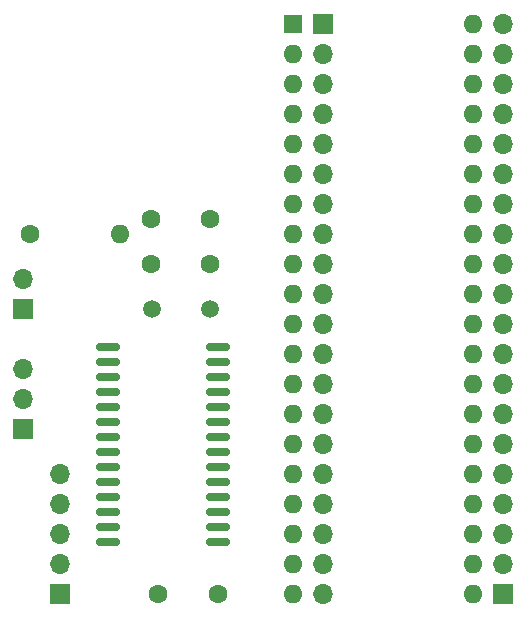
<source format=gbs>
%TF.GenerationSoftware,KiCad,Pcbnew,8.0.3+1*%
%TF.CreationDate,2024-07-31T15:36:37+02:00*%
%TF.ProjectId,QL_diren_keyboard_adapter,514c5f64-6972-4656-9e5f-6b6579626f61,0*%
%TF.SameCoordinates,Original*%
%TF.FileFunction,Soldermask,Bot*%
%TF.FilePolarity,Negative*%
%FSLAX46Y46*%
G04 Gerber Fmt 4.6, Leading zero omitted, Abs format (unit mm)*
G04 Created by KiCad (PCBNEW 8.0.3+1) date 2024-07-31 15:36:37*
%MOMM*%
%LPD*%
G01*
G04 APERTURE LIST*
G04 Aperture macros list*
%AMRoundRect*
0 Rectangle with rounded corners*
0 $1 Rounding radius*
0 $2 $3 $4 $5 $6 $7 $8 $9 X,Y pos of 4 corners*
0 Add a 4 corners polygon primitive as box body*
4,1,4,$2,$3,$4,$5,$6,$7,$8,$9,$2,$3,0*
0 Add four circle primitives for the rounded corners*
1,1,$1+$1,$2,$3*
1,1,$1+$1,$4,$5*
1,1,$1+$1,$6,$7*
1,1,$1+$1,$8,$9*
0 Add four rect primitives between the rounded corners*
20,1,$1+$1,$2,$3,$4,$5,0*
20,1,$1+$1,$4,$5,$6,$7,0*
20,1,$1+$1,$6,$7,$8,$9,0*
20,1,$1+$1,$8,$9,$2,$3,0*%
G04 Aperture macros list end*
%ADD10RoundRect,0.150000X-0.875000X-0.150000X0.875000X-0.150000X0.875000X0.150000X-0.875000X0.150000X0*%
%ADD11R,1.600000X1.600000*%
%ADD12O,1.600000X1.600000*%
%ADD13R,1.700000X1.700000*%
%ADD14O,1.700000X1.700000*%
%ADD15C,1.600000*%
%ADD16C,1.500000*%
G04 APERTURE END LIST*
D10*
%TO.C,U2*%
X86002500Y-107315000D03*
X86002500Y-106045000D03*
X86002500Y-104775000D03*
X86002500Y-103505000D03*
X86002500Y-102235000D03*
X86002500Y-100965000D03*
X86002500Y-99695000D03*
X86002500Y-98425000D03*
X86002500Y-97155000D03*
X86002500Y-95885000D03*
X86002500Y-94615000D03*
X86002500Y-93345000D03*
X86002500Y-92075000D03*
X86002500Y-90805000D03*
X95302500Y-90805000D03*
X95302500Y-92075000D03*
X95302500Y-93345000D03*
X95302500Y-94615000D03*
X95302500Y-95885000D03*
X95302500Y-97155000D03*
X95302500Y-98425000D03*
X95302500Y-99695000D03*
X95302500Y-100965000D03*
X95302500Y-102235000D03*
X95302500Y-103505000D03*
X95302500Y-104775000D03*
X95302500Y-106045000D03*
X95302500Y-107315000D03*
%TD*%
D11*
%TO.C,U1*%
X101600000Y-63500000D03*
D12*
X101600000Y-66040000D03*
X101600000Y-68580000D03*
X101600000Y-71120000D03*
X101600000Y-73660000D03*
X101600000Y-76200000D03*
X101600000Y-78740000D03*
X101600000Y-81280000D03*
X101600000Y-83820000D03*
X101600000Y-86360000D03*
X101600000Y-88900000D03*
X101600000Y-91440000D03*
X101600000Y-93980000D03*
X101600000Y-96520000D03*
X101600000Y-99060000D03*
X101600000Y-101600000D03*
X101600000Y-104140000D03*
X101600000Y-106680000D03*
X101600000Y-109220000D03*
X101600000Y-111760000D03*
X116840000Y-111760000D03*
X116840000Y-109220000D03*
X116840000Y-106680000D03*
X116840000Y-104140000D03*
X116840000Y-101600000D03*
X116840000Y-99060000D03*
X116840000Y-96520000D03*
X116840000Y-93980000D03*
X116840000Y-91440000D03*
X116840000Y-88900000D03*
X116840000Y-86360000D03*
X116840000Y-83820000D03*
X116840000Y-81280000D03*
X116840000Y-78740000D03*
X116840000Y-76200000D03*
X116840000Y-73660000D03*
X116840000Y-71120000D03*
X116840000Y-68580000D03*
X116840000Y-66040000D03*
X116840000Y-63500000D03*
%TD*%
D13*
%TO.C,J5*%
X78740000Y-97790000D03*
D14*
X78740000Y-95250000D03*
X78740000Y-92710000D03*
%TD*%
D15*
%TO.C,C2*%
X94615000Y-80010000D03*
X89615000Y-80010000D03*
%TD*%
%TO.C,C1*%
X94615000Y-83820000D03*
X89615000Y-83820000D03*
%TD*%
%TO.C,C3*%
X90250000Y-111760000D03*
X95250000Y-111760000D03*
%TD*%
D16*
%TO.C,Y1*%
X89715000Y-87600000D03*
X94615000Y-87600000D03*
%TD*%
D13*
%TO.C,J4*%
X78740000Y-87630000D03*
D14*
X78740000Y-85090000D03*
%TD*%
D15*
%TO.C,R1*%
X79375000Y-81280000D03*
D12*
X86995000Y-81280000D03*
%TD*%
D13*
%TO.C,J3*%
X81915000Y-111760000D03*
D14*
X81915000Y-109220000D03*
X81915000Y-106680000D03*
X81915000Y-104140000D03*
X81915000Y-101600000D03*
%TD*%
D13*
%TO.C,J2*%
X119380000Y-111760000D03*
D14*
X119380000Y-109220000D03*
X119380000Y-106680000D03*
X119380000Y-104140000D03*
X119380000Y-101600000D03*
X119380000Y-99060000D03*
X119380000Y-96520000D03*
X119380000Y-93980000D03*
X119380000Y-91440000D03*
X119380000Y-88900000D03*
X119380000Y-86360000D03*
X119380000Y-83820000D03*
X119380000Y-81280000D03*
X119380000Y-78740000D03*
X119380000Y-76200000D03*
X119380000Y-73660000D03*
X119380000Y-71120000D03*
X119380000Y-68580000D03*
X119380000Y-66040000D03*
X119380000Y-63500000D03*
%TD*%
D13*
%TO.C,J1*%
X104140000Y-63500000D03*
D14*
X104140000Y-66040000D03*
X104140000Y-68580000D03*
X104140000Y-71120000D03*
X104140000Y-73660000D03*
X104140000Y-76200000D03*
X104140000Y-78740000D03*
X104140000Y-81280000D03*
X104140000Y-83820000D03*
X104140000Y-86360000D03*
X104140000Y-88900000D03*
X104140000Y-91440000D03*
X104140000Y-93980000D03*
X104140000Y-96520000D03*
X104140000Y-99060000D03*
X104140000Y-101600000D03*
X104140000Y-104140000D03*
X104140000Y-106680000D03*
X104140000Y-109220000D03*
X104140000Y-111760000D03*
%TD*%
M02*

</source>
